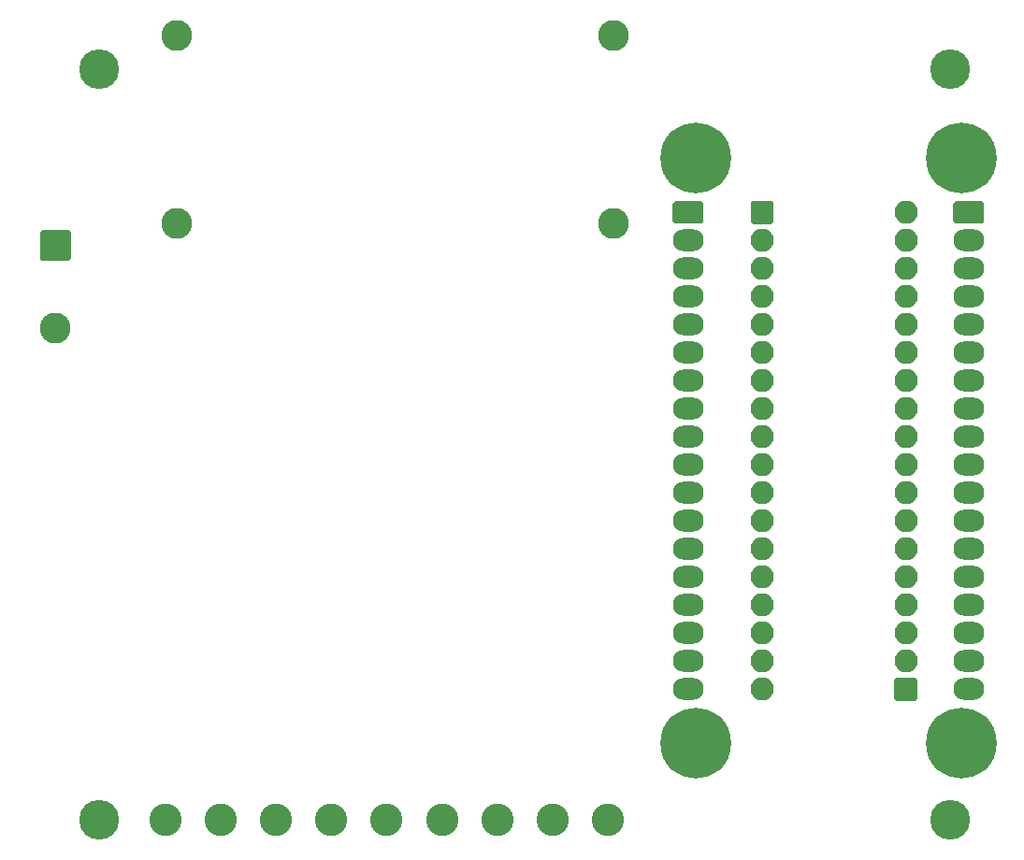
<source format=gbs>
G04 #@! TF.GenerationSoftware,KiCad,Pcbnew,5.1.10*
G04 #@! TF.CreationDate,2021-11-10T17:43:12+10:00*
G04 #@! TF.ProjectId,wifi_unit,77696669-5f75-46e6-9974-2e6b69636164,rev?*
G04 #@! TF.SameCoordinates,Original*
G04 #@! TF.FileFunction,Soldermask,Bot*
G04 #@! TF.FilePolarity,Negative*
%FSLAX46Y46*%
G04 Gerber Fmt 4.6, Leading zero omitted, Abs format (unit mm)*
G04 Created by KiCad (PCBNEW 5.1.10) date 2021-11-10 17:43:12*
%MOMM*%
%LPD*%
G01*
G04 APERTURE LIST*
%ADD10C,3.600000*%
%ADD11C,2.800000*%
%ADD12C,2.940000*%
%ADD13C,6.400000*%
%ADD14O,2.800000X2.000000*%
%ADD15O,2.100000X2.100000*%
G04 APERTURE END LIST*
D10*
X156000000Y-118000000D03*
X79000000Y-118000000D03*
X79000000Y-50000000D03*
X156000000Y-50000000D03*
D11*
X75000000Y-73500000D03*
G36*
G01*
X73800000Y-64600000D02*
X76200000Y-64600000D01*
G75*
G02*
X76400000Y-64800000I0J-200000D01*
G01*
X76400000Y-67200000D01*
G75*
G02*
X76200000Y-67400000I-200000J0D01*
G01*
X73800000Y-67400000D01*
G75*
G02*
X73600000Y-67200000I0J200000D01*
G01*
X73600000Y-64800000D01*
G75*
G02*
X73800000Y-64600000I200000J0D01*
G01*
G37*
D12*
X110001280Y-118000000D03*
X115000000Y-118000000D03*
X120001280Y-118000000D03*
X125000000Y-118000000D03*
X95000020Y-118000000D03*
X100001280Y-118000000D03*
X105000000Y-118000000D03*
D13*
X133000000Y-111102590D03*
X157000000Y-111102590D03*
X157000000Y-58102590D03*
X133000000Y-58102590D03*
D14*
X157700000Y-103640000D03*
X157700000Y-101100000D03*
X132300000Y-65540000D03*
X157700000Y-98560000D03*
X132300000Y-68080000D03*
X132300000Y-98560000D03*
X157700000Y-65540000D03*
X132300000Y-101100000D03*
G36*
G01*
X156300000Y-63800000D02*
X156300000Y-62200000D01*
G75*
G02*
X156500000Y-62000000I200000J0D01*
G01*
X158900000Y-62000000D01*
G75*
G02*
X159100000Y-62200000I0J-200000D01*
G01*
X159100000Y-63800000D01*
G75*
G02*
X158900000Y-64000000I-200000J0D01*
G01*
X156500000Y-64000000D01*
G75*
G02*
X156300000Y-63800000I0J200000D01*
G01*
G37*
X132300000Y-103640000D03*
X132300000Y-106180000D03*
X157700000Y-106180000D03*
X132300000Y-85860000D03*
X157700000Y-78240000D03*
X132300000Y-88400000D03*
X157700000Y-75700000D03*
X132300000Y-90940000D03*
X157700000Y-73160000D03*
X132300000Y-93480000D03*
X157700000Y-70620000D03*
X132300000Y-96020000D03*
X157700000Y-68080000D03*
G36*
G01*
X130900000Y-63800000D02*
X130900000Y-62200000D01*
G75*
G02*
X131100000Y-62000000I200000J0D01*
G01*
X133500000Y-62000000D01*
G75*
G02*
X133700000Y-62200000I0J-200000D01*
G01*
X133700000Y-63800000D01*
G75*
G02*
X133500000Y-64000000I-200000J0D01*
G01*
X131100000Y-64000000D01*
G75*
G02*
X130900000Y-63800000I0J200000D01*
G01*
G37*
X157700000Y-90940000D03*
X132300000Y-75700000D03*
X157700000Y-88400000D03*
X132300000Y-78240000D03*
X157700000Y-85860000D03*
X132300000Y-80780000D03*
X157700000Y-83320000D03*
X132300000Y-83320000D03*
X157700000Y-80780000D03*
X157700000Y-96020000D03*
X132300000Y-70620000D03*
X157700000Y-93480000D03*
X132300000Y-73160000D03*
D11*
X125500000Y-47000000D03*
X125500000Y-64000000D03*
X86000000Y-64000000D03*
X86000000Y-47000000D03*
D12*
X85001280Y-118000000D03*
X90000000Y-118000000D03*
D15*
X152000000Y-63000000D03*
X152000000Y-65540000D03*
X152000000Y-68080000D03*
X152000000Y-70620000D03*
X152000000Y-73160000D03*
X152000000Y-75700000D03*
X152000000Y-78240000D03*
X152000000Y-80780000D03*
X152000000Y-83320000D03*
X152000000Y-85860000D03*
X152000000Y-88400000D03*
X152000000Y-90940000D03*
X152000000Y-93480000D03*
X152000000Y-96020000D03*
X152000000Y-98560000D03*
X152000000Y-101100000D03*
X152000000Y-103640000D03*
G36*
G01*
X153050000Y-105330000D02*
X153050000Y-107030000D01*
G75*
G02*
X152850000Y-107230000I-200000J0D01*
G01*
X151150000Y-107230000D01*
G75*
G02*
X150950000Y-107030000I0J200000D01*
G01*
X150950000Y-105330000D01*
G75*
G02*
X151150000Y-105130000I200000J0D01*
G01*
X152850000Y-105130000D01*
G75*
G02*
X153050000Y-105330000I0J-200000D01*
G01*
G37*
X139000000Y-106180000D03*
X139000000Y-103640000D03*
X139000000Y-101100000D03*
X139000000Y-98560000D03*
X139000000Y-96020000D03*
X139000000Y-93480000D03*
X139000000Y-90940000D03*
X139000000Y-88400000D03*
X139000000Y-85860000D03*
X139000000Y-83320000D03*
X139000000Y-80780000D03*
X139000000Y-78240000D03*
X139000000Y-75700000D03*
X139000000Y-73160000D03*
X139000000Y-70620000D03*
X139000000Y-68080000D03*
X139000000Y-65540000D03*
G36*
G01*
X137950000Y-63850000D02*
X137950000Y-62150000D01*
G75*
G02*
X138150000Y-61950000I200000J0D01*
G01*
X139850000Y-61950000D01*
G75*
G02*
X140050000Y-62150000I0J-200000D01*
G01*
X140050000Y-63850000D01*
G75*
G02*
X139850000Y-64050000I-200000J0D01*
G01*
X138150000Y-64050000D01*
G75*
G02*
X137950000Y-63850000I0J200000D01*
G01*
G37*
M02*

</source>
